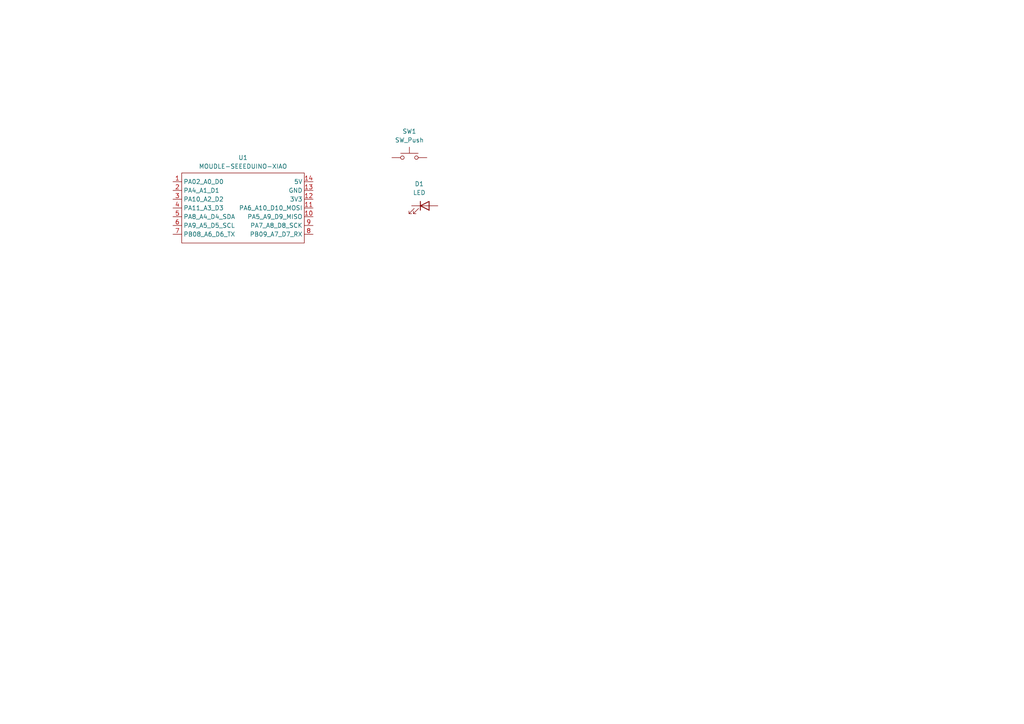
<source format=kicad_sch>
(kicad_sch (version 20250114) (generator "eeschema") (generator_version "9.0")
  (paper "A4")
  (lib_symbols
    (symbol "Device:LED" (pin_numbers (hide yes)) (pin_names (offset 1.016) (hide yes))
      (property "Reference" "D" (at 0 2.54 0))
      (property "Value" "LED" (at 0 -2.54 0))
      (symbol "LED_0_1"
        (polyline (pts (xy -3.048 -0.762) (xy -4.572 -2.286) (xy -3.81 -2.286) (xy -4.572 -2.286) (xy -4.572 -1.524)))
        (polyline (pts (xy -1.778 -0.762) (xy -3.302 -2.286) (xy -2.54 -2.286) (xy -3.302 -2.286) (xy -3.302 -1.524)))
        (polyline (pts (xy -1.27 0) (xy 1.27 0)))
        (polyline (pts (xy -1.27 -1.27) (xy -1.27 1.27)) (stroke (width 0.254)))
        (polyline (pts (xy 1.27 -1.27) (xy 1.27 1.27) (xy -1.27 0) (xy 1.27 -1.27)) (stroke (width 0.254)))
      )
      (symbol "LED_1_1"
        (pin passive line (at -3.81 0 0) (length 2.54) (name "K") (number "1"))
        (pin passive line (at 3.81 0 180) (length 2.54) (name "A") (number "2"))
      )
    )
    (symbol "Switch:SW_Push" (pin_numbers (hide yes)) (pin_names (offset 1.016) (hide yes))
      (property "Reference" "SW" (at 1.27 2.54 0))
      (property "Value" "SW_Push" (at 0 -1.524 0))
      (symbol "SW_Push_0_1"
        (circle (center -2.032 0) (radius 0.508))
        (polyline (pts (xy 0 1.27) (xy 0 3.048)))
        (circle (center 2.032 0) (radius 0.508))
        (polyline (pts (xy 2.54 1.27) (xy -2.54 1.27)))
        (pin passive line (at -5.08 0 0) (length 2.54) (name "1") (number "1"))
        (pin passive line (at 5.08 0 180) (length 2.54) (name "2") (number "2"))
      )
    )
    (symbol "XIAO_RP2040:MOUDLE-SEEEDUINO-XIAO"
      (property "Reference" "U" (at -16.51 11.43 0))
      (property "Value" "MOUDLE-SEEEDUINO-XIAO" (at -3.81 -11.43 0))
      (symbol "MOUDLE-SEEEDUINO-XIAO_0_1"
        (rectangle (start -16.51 10.16) (end 19.05 -10.16))
      )
      (symbol "MOUDLE-SEEEDUINO-XIAO_1_1"
        (pin passive line (at -19.05 7.62 0) (length 2.54) (name "PA02_A0_D0") (number "1"))
        (pin passive line (at -19.05 5.08 0) (length 2.54) (name "PA4_A1_D1") (number "2"))
        (pin passive line (at -19.05 2.54 0) (length 2.54) (name "PA10_A2_D2") (number "3"))
        (pin passive line (at -19.05 0 0) (length 2.54) (name "PA11_A3_D3") (number "4"))
        (pin passive line (at -19.05 -2.54 0) (length 2.54) (name "PA8_A4_D4_SDA") (number "5"))
        (pin passive line (at -19.05 -5.08 0) (length 2.54) (name "PA9_A5_D5_SCL") (number "6"))
        (pin passive line (at -19.05 -7.62 0) (length 2.54) (name "PB08_A6_D6_TX") (number "7"))
        (pin passive line (at 21.59 7.62 180) (length 2.54) (name "5V") (number "14"))
        (pin passive line (at 21.59 5.08 180) (length 2.54) (name "GND") (number "13"))
        (pin passive line (at 21.59 2.54 180) (length 2.54) (name "3V3") (number "12"))
        (pin passive line (at 21.59 0 180) (length 2.54) (name "PA6_A10_D10_MOSI") (number "11"))
        (pin passive line (at 21.59 -2.54 180) (length 2.54) (name "PA5_A9_D9_MISO") (number "10"))
        (pin passive line (at 21.59 -5.08 180) (length 2.54) (name "PA7_A8_D8_SCK") (number "9"))
        (pin passive line (at 21.59 -7.62 180) (length 2.54) (name "PB09_A7_D7_RX") (number "8"))
      )
    )
  )
  (symbol (lib_id "Switch:SW_Push") (at 118.745 45.72 0) (unit 1)
    (property "Reference" "SW1" (at 118.745 38.1 0))
    (property "Value" "SW_Push" (at 118.745 40.64 0))
    (property "Description" "Push button switch, generic, two pins" (effects (hide yes)))
  )
  (symbol (lib_id "XIAO_RP2040:MOUDLE-SEEEDUINO-XIAO") (at 69.215 60.325 0) (unit 1)
    (property "Reference" "U1" (at 70.485 45.72 0))
    (property "Value" "MOUDLE-SEEEDUINO-XIAO" (at 70.485 48.26 0))
  )
  (symbol (lib_id "Device:LED") (at 123.19 59.69 0) (unit 1)
    (property "Reference" "D1" (at 121.6025 53.34 0))
    (property "Value" "LED" (at 121.6025 55.88 0))
    (property "Description" "Light emitting diode" (effects (hide yes)))
    (property "Sim.Pins" "1=K 2=A" (effects (hide yes)))
  )
)
</source>
